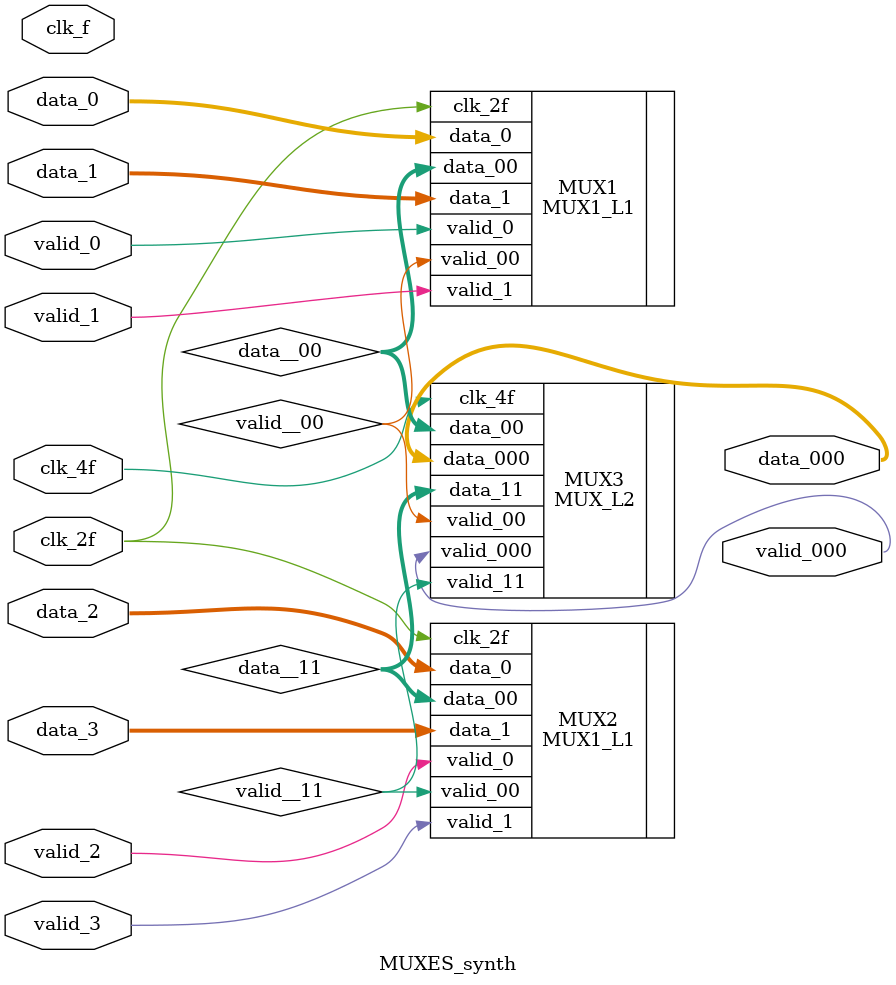
<source format=v>
/* Generated by Yosys 0.9 (git sha1 UNKNOWN, clang 6.0.0-1ubuntu2 -fPIC -Os) */

(* src = "MUX1_L1.v:1" *)
module MUX1_L1_synth(data_00, valid_00, clk_2f, data_0, data_1, valid_0, valid_1);
  (* src = "MUX1_L1.v:37" *)
  wire [7:0] _000_;
  (* src = "MUX1_L1.v:18" *)
  wire _001_;
  wire _002_;
  wire _003_;
  wire _004_;
  wire _005_;
  wire _006_;
  wire _007_;
  wire _008_;
  wire _009_;
  wire _010_;
  wire _011_;
  wire _012_;
  wire _013_;
  wire _014_;
  wire _015_;
  wire _016_;
  wire _017_;
  wire _018_;
  wire _019_;
  wire _020_;
  wire _021_;
  wire _022_;
  wire _023_;
  wire _024_;
  wire _025_;
  wire _026_;
  wire _027_;
  wire _028_;
  wire _029_;
  wire _030_;
  wire _031_;
  wire _032_;
  wire _033_;
  wire _034_;
  wire _035_;
  wire _036_;
  wire _037_;
  wire _038_;
  wire _039_;
  wire _040_;
  wire _041_;
  wire _042_;
  wire _043_;
  wire _044_;
  wire _045_;
  wire _046_;
  (* src = "MUX1_L1.v:4" *)
  input clk_2f;
  (* src = "MUX1_L1.v:5" *)
  input [7:0] data_0;
  (* src = "MUX1_L1.v:2" *)
  output [7:0] data_00;
  (* src = "MUX1_L1.v:6" *)
  input [7:0] data_1;
  (* init = 1'h0 *)
  (* src = "MUX1_L1.v:12" *)
  wire selector_2f;
  (* src = "MUX1_L1.v:7" *)
  input valid_0;
  (* src = "MUX1_L1.v:3" *)
  output valid_00;
  (* src = "MUX1_L1.v:8" *)
  input valid_1;
  (* src = "MUX1_L1.v:13" *)
  wire validt_00;
  NOT _047_ (
    .A(selector_2f),
    .Y(_001_)
  );
  NOT _048_ (
    .A(valid_0),
    .Y(_002_)
  );
  NAND _049_ (
    .A(selector_2f),
    .B(valid_1),
    .Y(_003_)
  );
  NOT _050_ (
    .A(_003_),
    .Y(_004_)
  );
  NOR _051_ (
    .A(selector_2f),
    .B(_002_),
    .Y(_005_)
  );
  NOR _052_ (
    .A(_004_),
    .B(_005_),
    .Y(_006_)
  );
  NOT _053_ (
    .A(_006_),
    .Y(validt_00)
  );
  NAND _054_ (
    .A(_001_),
    .B(data_0[0]),
    .Y(_007_)
  );
  NAND _055_ (
    .A(selector_2f),
    .B(data_1[0]),
    .Y(_008_)
  );
  NAND _056_ (
    .A(_007_),
    .B(_008_),
    .Y(_009_)
  );
  NAND _057_ (
    .A(validt_00),
    .B(_009_),
    .Y(_010_)
  );
  NAND _058_ (
    .A(data_00[0]),
    .B(_006_),
    .Y(_011_)
  );
  NAND _059_ (
    .A(_010_),
    .B(_011_),
    .Y(_000_[0])
  );
  NAND _060_ (
    .A(_001_),
    .B(data_0[1]),
    .Y(_012_)
  );
  NAND _061_ (
    .A(selector_2f),
    .B(data_1[1]),
    .Y(_013_)
  );
  NAND _062_ (
    .A(_012_),
    .B(_013_),
    .Y(_014_)
  );
  NAND _063_ (
    .A(validt_00),
    .B(_014_),
    .Y(_015_)
  );
  NAND _064_ (
    .A(data_00[1]),
    .B(_006_),
    .Y(_016_)
  );
  NAND _065_ (
    .A(_015_),
    .B(_016_),
    .Y(_000_[1])
  );
  NAND _066_ (
    .A(data_0[2]),
    .B(_001_),
    .Y(_017_)
  );
  NAND _067_ (
    .A(data_1[2]),
    .B(selector_2f),
    .Y(_018_)
  );
  NAND _068_ (
    .A(_017_),
    .B(_018_),
    .Y(_019_)
  );
  NAND _069_ (
    .A(validt_00),
    .B(_019_),
    .Y(_020_)
  );
  NAND _070_ (
    .A(data_00[2]),
    .B(_006_),
    .Y(_021_)
  );
  NAND _071_ (
    .A(_020_),
    .B(_021_),
    .Y(_000_[2])
  );
  NAND _072_ (
    .A(_001_),
    .B(data_0[3]),
    .Y(_022_)
  );
  NAND _073_ (
    .A(selector_2f),
    .B(data_1[3]),
    .Y(_023_)
  );
  NAND _074_ (
    .A(_022_),
    .B(_023_),
    .Y(_024_)
  );
  NAND _075_ (
    .A(validt_00),
    .B(_024_),
    .Y(_025_)
  );
  NAND _076_ (
    .A(data_00[3]),
    .B(_006_),
    .Y(_026_)
  );
  NAND _077_ (
    .A(_025_),
    .B(_026_),
    .Y(_000_[3])
  );
  NAND _078_ (
    .A(_001_),
    .B(data_0[4]),
    .Y(_027_)
  );
  NAND _079_ (
    .A(selector_2f),
    .B(data_1[4]),
    .Y(_028_)
  );
  NAND _080_ (
    .A(_027_),
    .B(_028_),
    .Y(_029_)
  );
  NAND _081_ (
    .A(validt_00),
    .B(_029_),
    .Y(_030_)
  );
  NAND _082_ (
    .A(data_00[4]),
    .B(_006_),
    .Y(_031_)
  );
  NAND _083_ (
    .A(_030_),
    .B(_031_),
    .Y(_000_[4])
  );
  NAND _084_ (
    .A(_001_),
    .B(data_0[5]),
    .Y(_032_)
  );
  NAND _085_ (
    .A(selector_2f),
    .B(data_1[5]),
    .Y(_033_)
  );
  NAND _086_ (
    .A(_032_),
    .B(_033_),
    .Y(_034_)
  );
  NAND _087_ (
    .A(validt_00),
    .B(_034_),
    .Y(_035_)
  );
  NAND _088_ (
    .A(data_00[5]),
    .B(_006_),
    .Y(_036_)
  );
  NAND _089_ (
    .A(_035_),
    .B(_036_),
    .Y(_000_[5])
  );
  NAND _090_ (
    .A(_001_),
    .B(data_0[6]),
    .Y(_037_)
  );
  NAND _091_ (
    .A(selector_2f),
    .B(data_1[6]),
    .Y(_038_)
  );
  NAND _092_ (
    .A(_037_),
    .B(_038_),
    .Y(_039_)
  );
  NAND _093_ (
    .A(validt_00),
    .B(_039_),
    .Y(_040_)
  );
  NAND _094_ (
    .A(data_00[6]),
    .B(_006_),
    .Y(_041_)
  );
  NAND _095_ (
    .A(_040_),
    .B(_041_),
    .Y(_000_[6])
  );
  NAND _096_ (
    .A(_001_),
    .B(data_0[7]),
    .Y(_042_)
  );
  NAND _097_ (
    .A(selector_2f),
    .B(data_1[7]),
    .Y(_043_)
  );
  NAND _098_ (
    .A(_042_),
    .B(_043_),
    .Y(_044_)
  );
  NAND _099_ (
    .A(validt_00),
    .B(_044_),
    .Y(_045_)
  );
  NAND _100_ (
    .A(data_00[7]),
    .B(_006_),
    .Y(_046_)
  );
  NAND _101_ (
    .A(_045_),
    .B(_046_),
    .Y(_000_[7])
  );
  (* src = "MUX1_L1.v:37" *)
  DFF _102_ (
    .C(clk_2f),
    .D(_000_[0]),
    .Q(data_00[0])
  );
  (* src = "MUX1_L1.v:37" *)
  DFF _103_ (
    .C(clk_2f),
    .D(_000_[1]),
    .Q(data_00[1])
  );
  (* src = "MUX1_L1.v:37" *)
  DFF _104_ (
    .C(clk_2f),
    .D(_000_[2]),
    .Q(data_00[2])
  );
  (* src = "MUX1_L1.v:37" *)
  DFF _105_ (
    .C(clk_2f),
    .D(_000_[3]),
    .Q(data_00[3])
  );
  (* src = "MUX1_L1.v:37" *)
  DFF _106_ (
    .C(clk_2f),
    .D(_000_[4]),
    .Q(data_00[4])
  );
  (* src = "MUX1_L1.v:37" *)
  DFF _107_ (
    .C(clk_2f),
    .D(_000_[5]),
    .Q(data_00[5])
  );
  (* src = "MUX1_L1.v:37" *)
  DFF _108_ (
    .C(clk_2f),
    .D(_000_[6]),
    .Q(data_00[6])
  );
  (* src = "MUX1_L1.v:37" *)
  DFF _109_ (
    .C(clk_2f),
    .D(_000_[7]),
    .Q(data_00[7])
  );
  (* src = "MUX1_L1.v:37" *)
  DFF _110_ (
    .C(clk_2f),
    .D(validt_00),
    .Q(valid_00)
  );
  (* src = "MUX1_L1.v:18" *)
  DFF _111_ (
    .C(clk_2f),
    .D(_001_),
    .Q(selector_2f)
  );
endmodule

(* top =  1  *)
(* src = "MUXES.v:4" *)
module MUXES_synth(data_000, valid_000, clk_f, clk_2f, clk_4f, data_0, data_1, data_2, data_3, valid_0, valid_1, valid_2, valid_3);
  (* src = "MUXES.v:8" *)
  input clk_2f;
  (* src = "MUXES.v:9" *)
  input clk_4f;
  (* src = "MUXES.v:7" *)
  input clk_f;
  (* src = "MUXES.v:10" *)
  input [7:0] data_0;
  (* src = "MUXES.v:5" *)
  output [7:0] data_000;
  (* src = "MUXES.v:11" *)
  input [7:0] data_1;
  (* src = "MUXES.v:12" *)
  input [7:0] data_2;
  (* src = "MUXES.v:13" *)
  input [7:0] data_3;
  (* src = "MUXES.v:19" *)
  wire [7:0] data__00;
  (* src = "MUXES.v:19" *)
  wire [7:0] data__11;
  (* src = "MUXES.v:14" *)
  input valid_0;
  (* src = "MUXES.v:6" *)
  output valid_000;
  (* src = "MUXES.v:15" *)
  input valid_1;
  (* src = "MUXES.v:16" *)
  input valid_2;
  (* src = "MUXES.v:17" *)
  input valid_3;
  (* src = "MUXES.v:20" *)
  wire valid__00;
  (* src = "MUXES.v:20" *)
  wire valid__11;
  (* module_not_derived = 32'd1 *)
  (* src = "MUXES.v:23" *)
  MUX1_L1 MUX1 (
    .clk_2f(clk_2f),
    .data_0(data_0),
    .data_00(data__00),
    .data_1(data_1),
    .valid_0(valid_0),
    .valid_00(valid__00),
    .valid_1(valid_1)
  );
  (* module_not_derived = 32'd1 *)
  (* src = "MUXES.v:31" *)
  MUX1_L1 MUX2 (
    .clk_2f(clk_2f),
    .data_0(data_2),
    .data_00(data__11),
    .data_1(data_3),
    .valid_0(valid_2),
    .valid_00(valid__11),
    .valid_1(valid_3)
  );
  (* module_not_derived = 32'd1 *)
  (* src = "MUXES.v:39" *)
  MUX_L2 MUX3 (
    .clk_4f(clk_4f),
    .data_00(data__00),
    .data_000(data_000),
    .data_11(data__11),
    .valid_00(valid__00),
    .valid_000(valid_000),
    .valid_11(valid__11)
  );
endmodule

(* src = "MUX_L2.v:1" *)
module MUX_L2_synth(data_000, valid_000, clk_4f, data_00, data_11, valid_00, valid_11);
  (* src = "MUX_L2.v:37" *)
  wire [7:0] _000_;
  (* src = "MUX_L2.v:18" *)
  wire _001_;
  wire _002_;
  wire _003_;
  wire _004_;
  wire _005_;
  wire _006_;
  wire _007_;
  wire _008_;
  wire _009_;
  wire _010_;
  wire _011_;
  wire _012_;
  wire _013_;
  wire _014_;
  wire _015_;
  wire _016_;
  wire _017_;
  wire _018_;
  wire _019_;
  wire _020_;
  wire _021_;
  wire _022_;
  wire _023_;
  wire _024_;
  wire _025_;
  wire _026_;
  wire _027_;
  wire _028_;
  wire _029_;
  wire _030_;
  wire _031_;
  wire _032_;
  wire _033_;
  wire _034_;
  wire _035_;
  wire _036_;
  wire _037_;
  wire _038_;
  wire _039_;
  wire _040_;
  wire _041_;
  wire _042_;
  wire _043_;
  wire _044_;
  wire _045_;
  wire _046_;
  (* src = "MUX_L2.v:4" *)
  input clk_4f;
  (* src = "MUX_L2.v:5" *)
  input [7:0] data_00;
  (* src = "MUX_L2.v:2" *)
  output [7:0] data_000;
  (* src = "MUX_L2.v:6" *)
  input [7:0] data_11;
  (* init = 1'h1 *)
  (* src = "MUX_L2.v:12" *)
  wire selector_4f;
  (* src = "MUX_L2.v:7" *)
  input valid_00;
  (* src = "MUX_L2.v:3" *)
  output valid_000;
  (* src = "MUX_L2.v:8" *)
  input valid_11;
  (* src = "MUX_L2.v:13" *)
  wire validt_000;
  NOT _047_ (
    .A(selector_4f),
    .Y(_001_)
  );
  NOT _048_ (
    .A(valid_00),
    .Y(_002_)
  );
  NAND _049_ (
    .A(selector_4f),
    .B(valid_11),
    .Y(_003_)
  );
  NOT _050_ (
    .A(_003_),
    .Y(_004_)
  );
  NOR _051_ (
    .A(selector_4f),
    .B(_002_),
    .Y(_005_)
  );
  NOR _052_ (
    .A(_004_),
    .B(_005_),
    .Y(_006_)
  );
  NOT _053_ (
    .A(_006_),
    .Y(validt_000)
  );
  NAND _054_ (
    .A(_001_),
    .B(data_00[1]),
    .Y(_007_)
  );
  NAND _055_ (
    .A(selector_4f),
    .B(data_11[1]),
    .Y(_008_)
  );
  NAND _056_ (
    .A(_007_),
    .B(_008_),
    .Y(_009_)
  );
  NAND _057_ (
    .A(validt_000),
    .B(_009_),
    .Y(_010_)
  );
  NAND _058_ (
    .A(data_000[1]),
    .B(_006_),
    .Y(_011_)
  );
  NAND _059_ (
    .A(_010_),
    .B(_011_),
    .Y(_000_[1])
  );
  NAND _060_ (
    .A(_001_),
    .B(data_00[2]),
    .Y(_012_)
  );
  NAND _061_ (
    .A(selector_4f),
    .B(data_11[2]),
    .Y(_013_)
  );
  NAND _062_ (
    .A(_012_),
    .B(_013_),
    .Y(_014_)
  );
  NAND _063_ (
    .A(validt_000),
    .B(_014_),
    .Y(_015_)
  );
  NAND _064_ (
    .A(data_000[2]),
    .B(_006_),
    .Y(_016_)
  );
  NAND _065_ (
    .A(_015_),
    .B(_016_),
    .Y(_000_[2])
  );
  NAND _066_ (
    .A(_001_),
    .B(data_00[3]),
    .Y(_017_)
  );
  NAND _067_ (
    .A(selector_4f),
    .B(data_11[3]),
    .Y(_018_)
  );
  NAND _068_ (
    .A(_017_),
    .B(_018_),
    .Y(_019_)
  );
  NAND _069_ (
    .A(validt_000),
    .B(_019_),
    .Y(_020_)
  );
  NAND _070_ (
    .A(data_000[3]),
    .B(_006_),
    .Y(_021_)
  );
  NAND _071_ (
    .A(_020_),
    .B(_021_),
    .Y(_000_[3])
  );
  NAND _072_ (
    .A(_001_),
    .B(data_00[4]),
    .Y(_022_)
  );
  NAND _073_ (
    .A(selector_4f),
    .B(data_11[4]),
    .Y(_023_)
  );
  NAND _074_ (
    .A(_022_),
    .B(_023_),
    .Y(_024_)
  );
  NAND _075_ (
    .A(validt_000),
    .B(_024_),
    .Y(_025_)
  );
  NAND _076_ (
    .A(data_000[4]),
    .B(_006_),
    .Y(_026_)
  );
  NAND _077_ (
    .A(_025_),
    .B(_026_),
    .Y(_000_[4])
  );
  NAND _078_ (
    .A(_001_),
    .B(data_00[5]),
    .Y(_027_)
  );
  NAND _079_ (
    .A(selector_4f),
    .B(data_11[5]),
    .Y(_028_)
  );
  NAND _080_ (
    .A(_027_),
    .B(_028_),
    .Y(_029_)
  );
  NAND _081_ (
    .A(validt_000),
    .B(_029_),
    .Y(_030_)
  );
  NAND _082_ (
    .A(data_000[5]),
    .B(_006_),
    .Y(_031_)
  );
  NAND _083_ (
    .A(_030_),
    .B(_031_),
    .Y(_000_[5])
  );
  NAND _084_ (
    .A(_001_),
    .B(data_00[6]),
    .Y(_032_)
  );
  NAND _085_ (
    .A(selector_4f),
    .B(data_11[6]),
    .Y(_033_)
  );
  NAND _086_ (
    .A(_032_),
    .B(_033_),
    .Y(_034_)
  );
  NAND _087_ (
    .A(validt_000),
    .B(_034_),
    .Y(_035_)
  );
  NAND _088_ (
    .A(data_000[6]),
    .B(_006_),
    .Y(_036_)
  );
  NAND _089_ (
    .A(_035_),
    .B(_036_),
    .Y(_000_[6])
  );
  NAND _090_ (
    .A(_001_),
    .B(data_00[7]),
    .Y(_037_)
  );
  NAND _091_ (
    .A(selector_4f),
    .B(data_11[7]),
    .Y(_038_)
  );
  NAND _092_ (
    .A(_037_),
    .B(_038_),
    .Y(_039_)
  );
  NAND _093_ (
    .A(validt_000),
    .B(_039_),
    .Y(_040_)
  );
  NAND _094_ (
    .A(data_000[7]),
    .B(_006_),
    .Y(_041_)
  );
  NAND _095_ (
    .A(_040_),
    .B(_041_),
    .Y(_000_[7])
  );
  NAND _096_ (
    .A(data_00[0]),
    .B(_001_),
    .Y(_042_)
  );
  NAND _097_ (
    .A(data_11[0]),
    .B(selector_4f),
    .Y(_043_)
  );
  NAND _098_ (
    .A(_042_),
    .B(_043_),
    .Y(_044_)
  );
  NAND _099_ (
    .A(validt_000),
    .B(_044_),
    .Y(_045_)
  );
  NAND _100_ (
    .A(data_000[0]),
    .B(_006_),
    .Y(_046_)
  );
  NAND _101_ (
    .A(_045_),
    .B(_046_),
    .Y(_000_[0])
  );
  (* src = "MUX_L2.v:37" *)
  DFF _102_ (
    .C(clk_4f),
    .D(_000_[0]),
    .Q(data_000[0])
  );
  (* src = "MUX_L2.v:37" *)
  DFF _103_ (
    .C(clk_4f),
    .D(_000_[1]),
    .Q(data_000[1])
  );
  (* src = "MUX_L2.v:37" *)
  DFF _104_ (
    .C(clk_4f),
    .D(_000_[2]),
    .Q(data_000[2])
  );
  (* src = "MUX_L2.v:37" *)
  DFF _105_ (
    .C(clk_4f),
    .D(_000_[3]),
    .Q(data_000[3])
  );
  (* src = "MUX_L2.v:37" *)
  DFF _106_ (
    .C(clk_4f),
    .D(_000_[4]),
    .Q(data_000[4])
  );
  (* src = "MUX_L2.v:37" *)
  DFF _107_ (
    .C(clk_4f),
    .D(_000_[5]),
    .Q(data_000[5])
  );
  (* src = "MUX_L2.v:37" *)
  DFF _108_ (
    .C(clk_4f),
    .D(_000_[6]),
    .Q(data_000[6])
  );
  (* src = "MUX_L2.v:37" *)
  DFF _109_ (
    .C(clk_4f),
    .D(_000_[7]),
    .Q(data_000[7])
  );
  (* src = "MUX_L2.v:37" *)
  DFF _110_ (
    .C(clk_4f),
    .D(validt_000),
    .Q(valid_000)
  );
  (* src = "MUX_L2.v:18" *)
  DFF _111_ (
    .C(clk_4f),
    .D(_001_),
    .Q(selector_4f)
  );
endmodule

</source>
